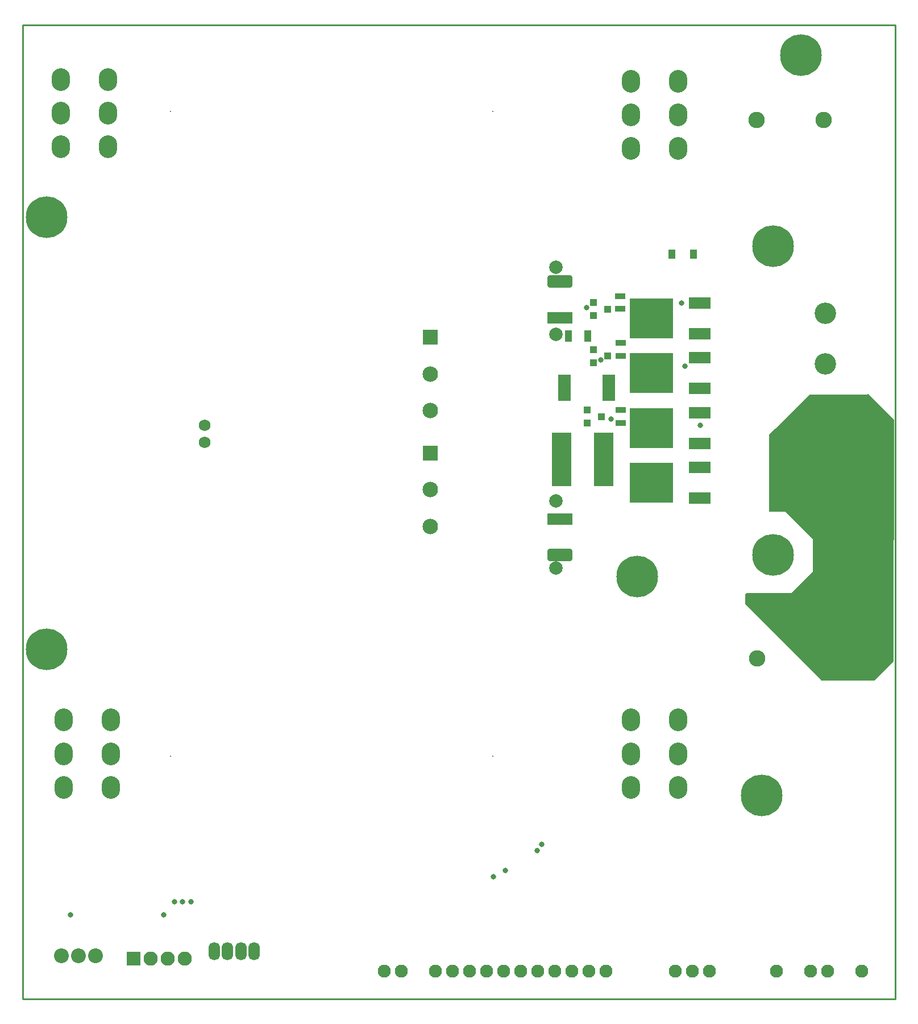
<source format=gbs>
G04*
G04 #@! TF.GenerationSoftware,Altium Limited,CircuitStudio,1.5.2 (1.5.2.30)*
G04*
G04 Layer_Color=8150272*
%FSLAX44Y44*%
%MOMM*%
G71*
G01*
G75*
%ADD11C,0.2540*%
%ADD42C,2.0032*%
%ADD43C,6.2032*%
%ADD44O,2.7432X3.3782*%
%ADD45C,2.3032*%
%ADD46R,2.3032X2.3032*%
%ADD47C,0.2032*%
%ADD48C,1.9532*%
%ADD49C,1.7272*%
%ADD50O,1.7032X2.7032*%
%ADD51C,3.2032*%
%ADD52C,2.1082*%
%ADD53R,2.1082X2.1082*%
%ADD54C,2.4532*%
%ADD55C,2.2032*%
%ADD56C,0.8032*%
%ADD57R,3.2032X1.8032*%
%ADD58R,6.4032X6.0032*%
%ADD59R,1.1176X1.0160*%
%ADD60R,1.1032X1.8032*%
%ADD61R,1.8832X3.8532*%
%ADD62R,3.7032X1.8032*%
G04:AMPARAMS|DCode=63|XSize=1.8032mm|YSize=3.7032mm|CornerRadius=0.3016mm|HoleSize=0mm|Usage=FLASHONLY|Rotation=90.000|XOffset=0mm|YOffset=0mm|HoleType=Round|Shape=RoundedRectangle|*
%AMROUNDEDRECTD63*
21,1,1.8032,3.1000,0,0,90.0*
21,1,1.2000,3.7032,0,0,90.0*
1,1,0.6032,1.5500,0.6000*
1,1,0.6032,1.5500,-0.6000*
1,1,0.6032,-1.5500,-0.6000*
1,1,0.6032,-1.5500,0.6000*
%
%ADD63ROUNDEDRECTD63*%
%ADD64R,1.5032X0.9032*%
%ADD65R,2.9532X8.0232*%
%ADD66R,1.1132X1.4232*%
G36*
X2875000Y2023000D02*
Y2022000D01*
X2874000Y1664000D01*
X2845000Y1635000D01*
X2767000D01*
X2653000Y1749000D01*
Y1763000D01*
X2655000Y1765000D01*
X2722000D01*
X2754000Y1797000D01*
Y1845000D01*
X2713000Y1886000D01*
X2689000D01*
Y2001000D01*
X2698000Y2010000D01*
X2749000Y2061000D01*
X2835000D01*
X2836000Y2062000D01*
X2875000Y2023000D01*
D02*
G37*
D11*
X1577000Y1161000D02*
Y2611000D01*
Y1161000D02*
X2877000D01*
Y2611000D01*
X1577000D02*
X2877000D01*
D42*
X2371000Y2250000D02*
D03*
Y2150000D02*
D03*
Y1802500D02*
D03*
Y1902500D02*
D03*
D43*
X2736000Y2566000D02*
D03*
X2492000Y1790000D02*
D03*
X2694920Y2281910D02*
D03*
Y1821910D02*
D03*
X2678000Y1464000D02*
D03*
X1613000Y2324500D02*
D03*
Y1681000D02*
D03*
D44*
X1707948Y1576000D02*
D03*
X1637844D02*
D03*
Y1526000D02*
D03*
X1707948D02*
D03*
X1637844Y1476000D02*
D03*
X1707948D02*
D03*
X2552948Y1576000D02*
D03*
X2482844D02*
D03*
Y1526000D02*
D03*
X2552948D02*
D03*
X2482844Y1476000D02*
D03*
X2552948D02*
D03*
X1634052Y2429500D02*
D03*
X1704156D02*
D03*
Y2479500D02*
D03*
X1634052D02*
D03*
X1704156Y2529500D02*
D03*
X1634052D02*
D03*
X2552948Y2527000D02*
D03*
X2482844D02*
D03*
Y2477000D02*
D03*
X2552948D02*
D03*
X2482844Y2427000D02*
D03*
X2552948D02*
D03*
D45*
X2184250Y1864600D02*
D03*
Y1919000D02*
D03*
Y2091500D02*
D03*
Y2037100D02*
D03*
D46*
Y1973400D02*
D03*
Y2145900D02*
D03*
D47*
X2277250Y1522000D02*
D03*
X1797250D02*
D03*
Y2482000D02*
D03*
X2277250D02*
D03*
D48*
X2115400Y1202000D02*
D03*
X2140800D02*
D03*
X2217000D02*
D03*
X2191600D02*
D03*
X2242400D02*
D03*
X2344000D02*
D03*
X2318600D02*
D03*
X2267800D02*
D03*
X2293200D02*
D03*
X2394800D02*
D03*
X2369400D02*
D03*
X2420200D02*
D03*
X2445600D02*
D03*
X2549300D02*
D03*
X2574700D02*
D03*
X2600100D02*
D03*
X2699600D02*
D03*
X2750400D02*
D03*
X2775800D02*
D03*
X2826600D02*
D03*
D49*
X1847750Y2015250D02*
D03*
Y1989850D02*
D03*
D50*
X1922000Y1231940D02*
D03*
X1902000D02*
D03*
X1882000D02*
D03*
X1862000D02*
D03*
D51*
X2772656Y1931718D02*
D03*
Y2031718D02*
D03*
Y2106718D02*
D03*
Y2181718D02*
D03*
D52*
X1818200Y1220460D02*
D03*
X1792800D02*
D03*
X1767400D02*
D03*
D53*
X1742000D02*
D03*
D54*
X2771000Y1668000D02*
D03*
X2671000D02*
D03*
X2770000Y2470000D02*
D03*
X2670000D02*
D03*
D55*
X1634600Y1225000D02*
D03*
X1660000D02*
D03*
X1685400D02*
D03*
D56*
X2438000Y2112000D02*
D03*
X2563000Y2102750D02*
D03*
X2295600Y1352000D02*
D03*
X2278250Y1342500D02*
D03*
X2350000Y1391000D02*
D03*
X2343000Y1382000D02*
D03*
X1827844Y1305300D02*
D03*
X1815344D02*
D03*
X1802844D02*
D03*
X1787344Y1285900D02*
D03*
X1648344Y1286000D02*
D03*
X2453000Y2024000D02*
D03*
X2586000Y2015000D02*
D03*
X2417000Y2190000D02*
D03*
X2558000Y2197000D02*
D03*
D57*
X2585053Y1952030D02*
D03*
Y1906230D02*
D03*
Y2033733D02*
D03*
Y1987933D02*
D03*
Y2115437D02*
D03*
Y2069637D02*
D03*
Y2197140D02*
D03*
Y2151340D02*
D03*
D58*
X2513053Y1929130D02*
D03*
Y2010833D02*
D03*
Y2092537D02*
D03*
Y2174240D02*
D03*
D59*
X2417375Y2018334D02*
D03*
Y2037486D02*
D03*
X2438551Y2027834D02*
D03*
X2427375Y2108334D02*
D03*
Y2127486D02*
D03*
X2448551Y2117834D02*
D03*
X2427375Y2178334D02*
D03*
Y2197486D02*
D03*
X2448551Y2187834D02*
D03*
D60*
X2418463Y2147910D02*
D03*
X2389463D02*
D03*
D61*
X2383963Y2070910D02*
D03*
X2449963D02*
D03*
D62*
X2377000Y2175250D02*
D03*
Y1875500D02*
D03*
D63*
Y2229250D02*
D03*
Y1821500D02*
D03*
D64*
X2468000Y2018500D02*
D03*
Y2037500D02*
D03*
Y2137500D02*
D03*
Y2118500D02*
D03*
X2467000Y2207500D02*
D03*
Y2188500D02*
D03*
D65*
X2379663Y1963910D02*
D03*
X2442263D02*
D03*
D66*
X2543650Y2270000D02*
D03*
X2576350D02*
D03*
M02*

</source>
